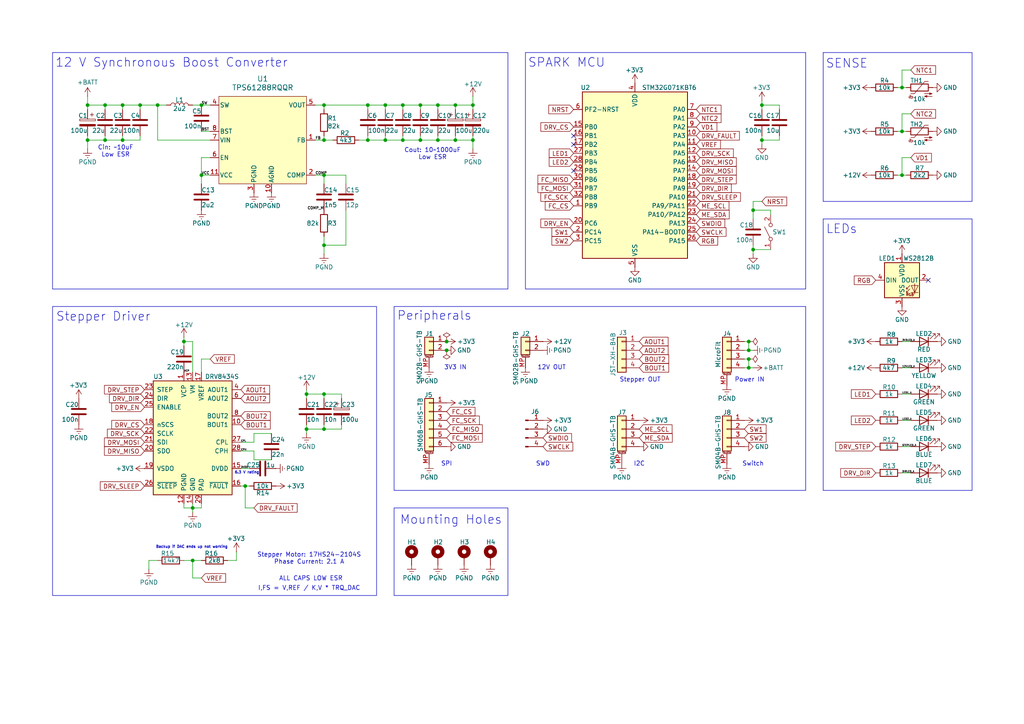
<source format=kicad_sch>
(kicad_sch (version 20250114) (generator "eeschema") (generator_version "9.0")
  (paper "A4")
  (title_block (date "2025-08-12") (company "Athmo"))
  (rectangle (start 238.76 63.5) (end 281.94 142.24))
  (rectangle (start 238.76 15.24) (end 281.94 58.42))
  (rectangle (start 15.24 15.24) (end 147.32 83.82))
  (rectangle (start 114.3 88.9) (end 233.68 142.24))
  (rectangle (start 152.4 15.24) (end 233.68 83.82))
  (rectangle (start 114.3 147.32) (end 147.32 172.72))
  (rectangle (start 15.24 88.9) (end 109.22 172.72))
  (text "Peripherals" (at 125.984 91.694 0) (effects (font (size 2.54 2.54))))
  (text "ALL CAPS LOW ESR" (at 90.17 167.894 0) (effects (font (size 1.27 1.27))))
  (text "Stepper OUT" (at 185.674 110.236 0) (effects (font (size 1.27 1.27))))
  (text "Mounting Holes" (at 130.81 150.876 0) (effects (font (size 2.54 2.54))))
  (text "I,FS = V,REF / K,V * TRQ_DAC" (at 89.662 170.688 0) (effects (font (size 1.27 1.27))))
  (text "3V3 IN" (at 132.08 106.68 0) (effects (font (size 1.27 1.27))))
  (text "Power IN" (at 217.424 110.236 0) (effects (font (size 1.27 1.27))))
  (text "I2C" (at 185.42 134.62 0) (effects (font (size 1.27 1.27))))
  (text "SENSE" (at 245.618 18.542 0) (effects (font (size 2.54 2.54))))
  (text "12V OUT" (at 160.02 106.68 0) (effects (font (size 1.27 1.27))))
  (text "Cin: ~10uF\nLow ESR" (at 33.528 43.942 0) (effects (font (size 1.27 1.27))))
  (text "SPI" (at 129.54 134.62 0) (effects (font (size 1.27 1.27))))
  (text "SWD" (at 157.48 134.62 0) (effects (font (size 1.27 1.27))))
  (text "SPARK MCU" (at 164.338 18.288 0) (effects (font (size 2.54 2.54))))
  (text "Stepper Driver" (at 29.972 91.948 0) (effects (font (size 2.54 2.54))))
  (text "LEDs" (at 244.094 66.548 0) (effects (font (size 2.54 2.54))))
  (text "6.3 V rating" (at 71.628 137.16 0) (effects (font (size 0.762 0.762))))
  (text "Stepper Motor: 17HS24-2104S\nPhase Current: 2.1 A" (at 89.662 162.052 0) (effects (font (size 1.27 1.27))))
  (text "12 V Synchronous Boost Converter" (at 49.784 18.288 0) (effects (font (size 2.54 2.54))))
  (text "Cout: 10~1000uF\nLow ESR" (at 125.476 44.704 0) (effects (font (size 1.27 1.27))))
  (text "Switch" (at 218.44 134.62 0) (effects (font (size 1.27 1.27))))
  (text "Backup if DAC ends up not working" (at 55.626 158.75 0) (effects (font (size 0.762 0.762))))
  (junction (at 88.9 114.3))
  (junction (at 116.84 30.48))
  (junction (at 25.4 30.48))
  (junction (at 93.98 124.46))
  (junction (at 218.44 60.96))
  (junction (at 261.62 50.8))
  (junction (at 129.54 99.06))
  (junction (at 217.17 106.68))
  (junction (at 220.98 40.64))
  (junction (at 129.54 101.6))
  (junction (at 88.9 124.46))
  (junction (at 93.98 30.48))
  (junction (at 93.98 50.8))
  (junction (at 58.42 30.48))
  (junction (at 111.76 30.48))
  (junction (at 30.48 30.48))
  (junction (at 106.68 40.64))
  (junction (at 137.16 40.64))
  (junction (at 40.64 30.48))
  (junction (at 55.88 147.32))
  (junction (at 132.08 30.48))
  (junction (at 218.44 72.39))
  (junction (at 93.98 71.12))
  (junction (at 53.34 99.06))
  (junction (at 30.48 40.64))
  (junction (at 121.92 40.64))
  (junction (at 127 40.64))
  (junction (at 217.17 99.06))
  (junction (at 261.62 25.4))
  (junction (at 261.62 38.1))
  (junction (at 55.88 162.56))
  (junction (at 58.42 50.8))
  (junction (at 217.17 104.14))
  (junction (at 35.56 30.48))
  (junction (at 106.68 30.48))
  (junction (at 121.92 30.48))
  (junction (at 111.76 40.64))
  (junction (at 132.08 40.64))
  (junction (at 45.72 30.48))
  (junction (at 137.16 30.48))
  (junction (at 116.84 40.64))
  (junction (at 93.98 40.64))
  (junction (at 127 30.48))
  (junction (at 71.12 140.97))
  (junction (at 25.4 40.64))
  (junction (at 217.17 101.6))
  (junction (at 220.98 30.48))
  (junction (at 93.98 114.3))
  (junction (at 35.56 40.64))
  (no_connect (at 269.24 81.28))
  (no_connect (at 166.37 41.91))
  (no_connect (at 166.37 49.53))
  (no_connect (at 166.37 39.37))
  (wire (pts (xy 53.34 99.06) (xy 53.34 100.33)))
  (wire (pts (xy 25.4 43.18) (xy 25.4 40.64)))
  (wire (pts (xy 223.52 62.23) (xy 223.52 60.96)))
  (wire (pts (xy 73.66 125.73) (xy 78.74 125.73)))
  (wire (pts (xy 127 40.64) (xy 121.92 40.64)))
  (wire (pts (xy 91.44 50.8) (xy 93.98 50.8)))
  (wire (pts (xy 40.64 30.48) (xy 45.72 30.48)))
  (wire (pts (xy 220.98 30.48) (xy 220.98 31.75)))
  (wire (pts (xy 53.34 146.05) (xy 53.34 147.32)))
  (wire (pts (xy 106.68 39.37) (xy 106.68 40.64)))
  (wire (pts (xy 58.42 146.05) (xy 58.42 147.32)))
  (wire (pts (xy 121.92 40.64) (xy 116.84 40.64)))
  (wire (pts (xy 217.17 101.6) (xy 217.17 99.06)))
  (wire (pts (xy 73.66 128.27) (xy 73.66 125.73)))
  (wire (pts (xy 30.48 40.64) (xy 35.56 40.64)))
  (wire (pts (xy 137.16 39.37) (xy 137.16 40.64)))
  (wire (pts (xy 127 30.48) (xy 121.92 30.48)))
  (wire (pts (xy 40.64 39.37) (xy 40.64 40.64)))
  (wire (pts (xy 132.08 30.48) (xy 137.16 30.48)))
  (wire (pts (xy 99.06 115.57) (xy 99.06 114.3)))
  (wire (pts (xy 121.92 30.48) (xy 116.84 30.48)))
  (wire (pts (xy 45.72 30.48) (xy 48.26 30.48)))
  (wire (pts (xy 127 30.48) (xy 127 31.75)))
  (wire (pts (xy 40.64 30.48) (xy 40.64 31.75)))
  (wire (pts (xy 55.88 30.48) (xy 58.42 30.48)))
  (wire (pts (xy 58.42 50.8) (xy 60.96 50.8)))
  (wire (pts (xy 25.4 30.48) (xy 25.4 27.94)))
  (wire (pts (xy 99.06 124.46) (xy 93.98 124.46)))
  (wire (pts (xy 104.14 40.64) (xy 106.68 40.64)))
  (wire (pts (xy 88.9 125.73) (xy 88.9 124.46)))
  (wire (pts (xy 25.4 39.37) (xy 25.4 40.64)))
  (wire (pts (xy 220.98 40.64) (xy 220.98 41.91)))
  (wire (pts (xy 220.98 39.37) (xy 220.98 40.64)))
  (wire (pts (xy 91.44 40.64) (xy 93.98 40.64)))
  (wire (pts (xy 106.68 30.48) (xy 106.68 31.75)))
  (wire (pts (xy 132.08 39.37) (xy 132.08 40.64)))
  (wire (pts (xy 261.62 38.1) (xy 262.89 38.1)))
  (wire (pts (xy 55.88 162.56) (xy 58.42 162.56)))
  (wire (pts (xy 127 39.37) (xy 127 40.64)))
  (wire (pts (xy 106.68 40.64) (xy 111.76 40.64)))
  (wire (pts (xy 53.34 147.32) (xy 55.88 147.32)))
  (wire (pts (xy 264.16 99.06) (xy 261.62 99.06)))
  (wire (pts (xy 264.16 137.16) (xy 261.62 137.16)))
  (wire (pts (xy 93.98 124.46) (xy 88.9 124.46)))
  (wire (pts (xy 91.44 30.48) (xy 93.98 30.48)))
  (wire (pts (xy 260.35 38.1) (xy 261.62 38.1)))
  (wire (pts (xy 88.9 113.03) (xy 88.9 114.3)))
  (wire (pts (xy 121.92 30.48) (xy 121.92 31.75)))
  (wire (pts (xy 73.66 147.32) (xy 71.12 147.32)))
  (wire (pts (xy 261.62 25.4) (xy 262.89 25.4)))
  (wire (pts (xy 100.33 50.8) (xy 100.33 53.34)))
  (wire (pts (xy 45.72 40.64) (xy 60.96 40.64)))
  (wire (pts (xy 40.64 40.64) (xy 35.56 40.64)))
  (wire (pts (xy 25.4 31.75) (xy 25.4 30.48)))
  (wire (pts (xy 106.68 30.48) (xy 111.76 30.48)))
  (wire (pts (xy 100.33 71.12) (xy 93.98 71.12)))
  (wire (pts (xy 218.44 72.39) (xy 223.52 72.39)))
  (wire (pts (xy 93.98 30.48) (xy 106.68 30.48)))
  (wire (pts (xy 111.76 39.37) (xy 111.76 40.64)))
  (wire (pts (xy 55.88 147.32) (xy 55.88 148.59)))
  (wire (pts (xy 55.88 107.95) (xy 55.88 99.06)))
  (wire (pts (xy 88.9 114.3) (xy 88.9 115.57)))
  (wire (pts (xy 223.52 60.96) (xy 218.44 60.96)))
  (wire (pts (xy 218.44 60.96) (xy 218.44 58.42)))
  (wire (pts (xy 53.34 162.56) (xy 55.88 162.56)))
  (wire (pts (xy 73.66 133.35) (xy 78.74 133.35)))
  (wire (pts (xy 116.84 30.48) (xy 116.84 31.75)))
  (wire (pts (xy 68.58 162.56) (xy 68.58 160.02)))
  (wire (pts (xy 88.9 124.46) (xy 88.9 123.19)))
  (wire (pts (xy 217.17 106.68) (xy 217.17 104.14)))
  (wire (pts (xy 217.17 99.06) (xy 215.9 99.06)))
  (wire (pts (xy 35.56 30.48) (xy 35.56 31.75)))
  (wire (pts (xy 132.08 30.48) (xy 132.08 31.75)))
  (wire (pts (xy 45.72 40.64) (xy 45.72 30.48)))
  (wire (pts (xy 137.16 27.94) (xy 137.16 30.48)))
  (wire (pts (xy 220.98 29.21) (xy 220.98 30.48)))
  (wire (pts (xy 93.98 114.3) (xy 88.9 114.3)))
  (wire (pts (xy 71.12 147.32) (xy 71.12 140.97)))
  (wire (pts (xy 261.62 20.32) (xy 261.62 25.4)))
  (wire (pts (xy 132.08 30.48) (xy 127 30.48)))
  (wire (pts (xy 30.48 39.37) (xy 30.48 40.64)))
  (wire (pts (xy 261.62 45.72) (xy 261.62 50.8)))
  (wire (pts (xy 226.06 39.37) (xy 226.06 40.64)))
  (wire (pts (xy 58.42 53.34) (xy 58.42 50.8)))
  (wire (pts (xy 116.84 30.48) (xy 111.76 30.48)))
  (wire (pts (xy 116.84 39.37) (xy 116.84 40.64)))
  (wire (pts (xy 132.08 40.64) (xy 127 40.64)))
  (wire (pts (xy 260.35 50.8) (xy 261.62 50.8)))
  (wire (pts (xy 93.98 30.48) (xy 93.98 31.75)))
  (wire (pts (xy 93.98 123.19) (xy 93.98 124.46)))
  (wire (pts (xy 137.16 40.64) (xy 132.08 40.64)))
  (wire (pts (xy 43.18 165.1) (xy 43.18 162.56)))
  (wire (pts (xy 100.33 60.96) (xy 100.33 71.12)))
  (wire (pts (xy 137.16 40.64) (xy 137.16 43.18)))
  (wire (pts (xy 226.06 40.64) (xy 220.98 40.64)))
  (wire (pts (xy 93.98 39.37) (xy 93.98 40.64)))
  (wire (pts (xy 43.18 162.56) (xy 45.72 162.56)))
  (wire (pts (xy 55.88 146.05) (xy 55.88 147.32)))
  (wire (pts (xy 93.98 114.3) (xy 93.98 115.57)))
  (wire (pts (xy 93.98 50.8) (xy 100.33 50.8)))
  (wire (pts (xy 218.44 106.68) (xy 217.17 106.68)))
  (wire (pts (xy 96.52 40.64) (xy 93.98 40.64)))
  (wire (pts (xy 99.06 114.3) (xy 93.98 114.3)))
  (wire (pts (xy 35.56 30.48) (xy 40.64 30.48)))
  (wire (pts (xy 226.06 30.48) (xy 220.98 30.48)))
  (wire (pts (xy 55.88 167.64) (xy 55.88 162.56)))
  (wire (pts (xy 218.44 63.5) (xy 218.44 60.96)))
  (wire (pts (xy 264.16 114.3) (xy 261.62 114.3)))
  (wire (pts (xy 30.48 31.75) (xy 30.48 30.48)))
  (wire (pts (xy 58.42 147.32) (xy 55.88 147.32)))
  (wire (pts (xy 58.42 167.64) (xy 55.88 167.64)))
  (wire (pts (xy 93.98 68.58) (xy 93.98 71.12)))
  (wire (pts (xy 72.39 140.97) (xy 71.12 140.97)))
  (wire (pts (xy 215.9 106.68) (xy 217.17 106.68)))
  (wire (pts (xy 71.12 140.97) (xy 69.85 140.97)))
  (wire (pts (xy 73.66 130.81) (xy 69.85 130.81)))
  (wire (pts (xy 260.35 25.4) (xy 261.62 25.4)))
  (wire (pts (xy 264.16 106.68) (xy 261.62 106.68)))
  (wire (pts (xy 60.96 38.1) (xy 58.42 38.1)))
  (wire (pts (xy 111.76 30.48) (xy 111.76 31.75)))
  (wire (pts (xy 73.66 130.81) (xy 73.66 133.35)))
  (wire (pts (xy 25.4 30.48) (xy 30.48 30.48)))
  (wire (pts (xy 93.98 71.12) (xy 93.98 73.66)))
  (wire (pts (xy 25.4 40.64) (xy 30.48 40.64)))
  (wire (pts (xy 69.85 135.89) (xy 72.39 135.89)))
  (wire (pts (xy 218.44 71.12) (xy 218.44 72.39)))
  (wire (pts (xy 264.16 121.92) (xy 261.62 121.92)))
  (wire (pts (xy 264.16 33.02) (xy 261.62 33.02)))
  (wire (pts (xy 215.9 101.6) (xy 217.17 101.6)))
  (wire (pts (xy 66.04 162.56) (xy 68.58 162.56)))
  (wire (pts (xy 53.34 97.79) (xy 53.34 99.06)))
  (wire (pts (xy 30.48 30.48) (xy 35.56 30.48)))
  (wire (pts (xy 99.06 123.19) (xy 99.06 124.46)))
  (wire (pts (xy 137.16 31.75) (xy 137.16 30.48)))
  (wire (pts (xy 60.96 104.14) (xy 58.42 104.14)))
  (wire (pts (xy 261.62 45.72) (xy 264.16 45.72)))
  (wire (pts (xy 226.06 31.75) (xy 226.06 30.48)))
  (wire (pts (xy 73.66 128.27) (xy 69.85 128.27)))
  (wire (pts (xy 218.44 73.66) (xy 218.44 72.39)))
  (wire (pts (xy 58.42 45.72) (xy 58.42 50.8)))
  (wire (pts (xy 264.16 20.32) (xy 261.62 20.32)))
  (wire (pts (xy 264.16 129.54) (xy 261.62 129.54)))
  (wire (pts (xy 261.62 33.02) (xy 261.62 38.1)))
  (wire (pts (xy 116.84 40.64) (xy 111.76 40.64)))
  (wire (pts (xy 121.92 39.37) (xy 121.92 40.64)))
  (wire (pts (xy 93.98 50.8) (xy 93.98 53.34)))
  (wire (pts (xy 60.96 45.72) (xy 58.42 45.72)))
  (wire (pts (xy 217.17 104.14) (xy 215.9 104.14)))
  (wire (pts (xy 218.44 101.6) (xy 217.17 101.6)))
  (wire (pts (xy 218.44 58.42) (xy 220.98 58.42)))
  (wire (pts (xy 58.42 30.48) (xy 60.96 30.48)))
  (wire (pts (xy 261.62 50.8) (xy 262.89 50.8)))
  (wire (pts (xy 55.88 99.06) (xy 53.34 99.06)))
  (wire (pts (xy 58.42 104.14) (xy 58.42 107.95)))
  (wire (pts (xy 35.56 39.37) (xy 35.56 40.64)))
  (label "LED1_A" (at 261.62 114.3 0) (effects (font (size 0.508 0.508))))
  (label "CPL" (at 69.85 128.27 0) (effects (font (size 0.508 0.508))))
  (label "COMP" (at 91.44 50.8 0) (effects (font (size 0.762 0.762))))
  (label "DVDD" (at 69.85 135.89 0) (effects (font (size 0.508 0.508))))
  (label "CPH" (at 69.85 130.81 0) (effects (font (size 0.508 0.508))))
  (label "VCC" (at 58.42 50.8 0) (effects (font (size 0.762 0.762))))
  (label "FB" (at 91.44 40.64 0) (effects (font (size 0.762 0.762))))
  (label "LED2_A" (at 261.62 121.92 0) (effects (font (size 0.508 0.508))))
  (label "12VLED_A" (at 261.62 106.68 0) (effects (font (size 0.508 0.508))))
  (label "STEPLED_A" (at 261.62 129.54 0) (effects (font (size 0.508 0.508))))
  (label "SW" (at 58.42 30.48 0) (effects (font (size 0.762 0.762))))
  (label "DIRLED_A" (at 261.62 137.16 0) (effects (font (size 0.508 0.508))))
  (label "VCP" (at 53.34 107.95 0) (effects (font (size 0.508 0.508))))
  (label "BST" (at 58.42 38.1 0) (effects (font (size 0.762 0.762))))
  (label "COMP_M" (at 93.98 60.96 180) (effects (font (size 0.762 0.762))))
  (label "3V3LED_A" (at 261.62 99.06 0) (effects (font (size 0.508 0.508))))
  (global_label "FC_SCK" (shape input) (at 129.54 121.92 0) (property "Intersheetrefs" "${INTERSHEET_REFS}" (effects (hide yes))))
  (global_label "DRV_SCK" (shape input) (at 41.91 125.73 180) (property "Intersheetrefs" "${INTERSHEET_REFS}" (effects (hide yes))))
  (global_label "DRV_STEP" (shape input) (at 201.93 52.07 0) (property "Intersheetrefs" "${INTERSHEET_REFS}" (effects (hide yes))))
  (global_label "DRV_STEP" (shape input) (at 41.91 113.03 180) (property "Intersheetrefs" "${INTERSHEET_REFS}" (effects (hide yes))))
  (global_label "VD1" (shape input) (at 201.93 36.83 0) (property "Intersheetrefs" "${INTERSHEET_REFS}" (effects (hide yes))))
  (global_label "LED1" (shape input) (at 254 114.3 180) (property "Intersheetrefs" "${INTERSHEET_REFS}" (effects (hide yes))))
  (global_label "DRV_FAULT" (shape input) (at 73.66 147.32 0) (property "Intersheetrefs" "${INTERSHEET_REFS}" (effects (hide yes))))
  (global_label "AOUT2" (shape input) (at 69.85 115.57 0) (property "Intersheetrefs" "${INTERSHEET_REFS}" (effects (hide yes))))
  (global_label "DRV_MOSI" (shape input) (at 201.93 49.53 0) (property "Intersheetrefs" "${INTERSHEET_REFS}" (effects (hide yes))))
  (global_label "ME_SCL" (shape input) (at 185.42 124.46 0) (property "Intersheetrefs" "${INTERSHEET_REFS}" (effects (hide yes))))
  (global_label "DRV_STEP" (shape input) (at 254 129.54 180) (property "Intersheetrefs" "${INTERSHEET_REFS}" (effects (hide yes))))
  (global_label "ME_SDA" (shape input) (at 201.93 62.23 0) (property "Intersheetrefs" "${INTERSHEET_REFS}" (effects (hide yes))))
  (global_label "VREF" (shape input) (at 201.93 41.91 0) (property "Intersheetrefs" "${INTERSHEET_REFS}" (effects (hide yes))))
  (global_label "LED1" (shape input) (at 166.37 44.45 180) (property "Intersheetrefs" "${INTERSHEET_REFS}" (effects (hide yes))))
  (global_label "FC_MISO" (shape input) (at 129.54 124.46 0) (property "Intersheetrefs" "${INTERSHEET_REFS}" (effects (hide yes))))
  (global_label "VD1" (shape input) (at 264.16 45.72 0) (property "Intersheetrefs" "${INTERSHEET_REFS}" (effects (hide yes))))
  (global_label "LED2" (shape input) (at 254 121.92 180) (property "Intersheetrefs" "${INTERSHEET_REFS}" (effects (hide yes))))
  (global_label "DRV_CS" (shape input) (at 41.91 123.19 180) (property "Intersheetrefs" "${INTERSHEET_REFS}" (effects (hide yes))))
  (global_label "SWCLK" (shape input) (at 157.48 129.54 0) (property "Intersheetrefs" "${INTERSHEET_REFS}" (effects (hide yes))))
  (global_label "SW1" (shape input) (at 166.37 67.31 180) (property "Intersheetrefs" "${INTERSHEET_REFS}" (effects (hide yes))))
  (global_label "DRV_DIR" (shape input) (at 41.91 115.57 180) (property "Intersheetrefs" "${INTERSHEET_REFS}" (effects (hide yes))))
  (global_label "SW2" (shape input) (at 166.37 69.85 180) (property "Intersheetrefs" "${INTERSHEET_REFS}" (effects (hide yes))))
  (global_label "DRV_MISO" (shape input) (at 201.93 46.99 0) (property "Intersheetrefs" "${INTERSHEET_REFS}" (effects (hide yes))))
  (global_label "ME_SCL" (shape input) (at 201.93 59.69 0) (property "Intersheetrefs" "${INTERSHEET_REFS}" (effects (hide yes))))
  (global_label "FC_CS" (shape input) (at 166.37 59.69 180) (property "Intersheetrefs" "${INTERSHEET_REFS}" (effects (hide yes))))
  (global_label "SWCLK" (shape input) (at 201.93 67.31 0) (property "Intersheetrefs" "${INTERSHEET_REFS}" (effects (hide yes))))
  (global_label "FC_SCK" (shape input) (at 166.37 57.15 180) (property "Intersheetrefs" "${INTERSHEET_REFS}" (effects (hide yes))))
  (global_label "FC_MOSI" (shape input) (at 166.37 54.61 180) (property "Intersheetrefs" "${INTERSHEET_REFS}" (effects (hide yes))))
  (global_label "NTC1" (shape input) (at 201.93 31.75 0) (property "Intersheetrefs" "${INTERSHEET_REFS}" (effects (hide yes))))
  (global_label "AOUT1" (shape input) (at 69.85 113.03 0) (property "Intersheetrefs" "${INTERSHEET_REFS}" (effects (hide yes))))
  (global_label "ME_SDA" (shape input) (at 185.42 127 0) (property "Intersheetrefs" "${INTERSHEET_REFS}" (effects (hide yes))))
  (global_label "DRV_DIR" (shape input) (at 201.93 54.61 0) (property "Intersheetrefs" "${INTERSHEET_REFS}" (effects (hide yes))))
  (global_label "DRV_DIR" (shape input) (at 254 137.16 180) (property "Intersheetrefs" "${INTERSHEET_REFS}" (effects (hide yes))))
  (global_label "SW1" (shape input) (at 215.9 124.46 0) (property "Intersheetrefs" "${INTERSHEET_REFS}" (effects (hide yes))))
  (global_label "SWDIO" (shape input) (at 157.48 127 0) (property "Intersheetrefs" "${INTERSHEET_REFS}" (effects (hide yes))))
  (global_label "DRV_SLEEP" (shape input) (at 41.91 140.97 180) (property "Intersheetrefs" "${INTERSHEET_REFS}" (effects (hide yes))))
  (global_label "NRST" (shape input) (at 220.98 58.42 0) (property "Intersheetrefs" "${INTERSHEET_REFS}" (effects (hide yes))))
  (global_label "DRV_FAULT" (shape input) (at 201.93 39.37 0) (property "Intersheetrefs" "${INTERSHEET_REFS}" (effects (hide yes))))
  (global_label "BOUT2" (shape input) (at 69.85 120.65 0) (property "Intersheetrefs" "${INTERSHEET_REFS}" (effects (hide yes))))
  (global_label "FC_MOSI" (shape input) (at 129.54 127 0) (property "Intersheetrefs" "${INTERSHEET_REFS}" (effects (hide yes))))
  (global_label "LED2" (shape input) (at 166.37 46.99 180) (property "Intersheetrefs" "${INTERSHEET_REFS}" (effects (hide yes))))
  (global_label "RGB" (shape input) (at 254 81.28 180) (property "Intersheetrefs" "${INTERSHEET_REFS}" (effects (hide yes))))
  (global_label "DRV_EN" (shape input) (at 166.37 64.77 180) (property "Intersheetrefs" "${INTERSHEET_REFS}" (effects (hide yes))))
  (global_label "DRV_MISO" (shape input) (at 41.91 130.81 180) (property "Intersheetrefs" "${INTERSHEET_REFS}" (effects (hide yes))))
  (global_label "NRST" (shape input) (at 166.37 31.75 180) (property "Intersheetrefs" "${INTERSHEET_REFS}" (effects (hide yes))))
  (global_label "NTC2" (shape input) (at 201.93 34.29 0) (property "Intersheetrefs" "${INTERSHEET_REFS}" (effects (hide yes))))
  (global_label "NTC1" (shape input) (at 264.16 20.32 0) (property "Intersheetrefs" "${INTERSHEET_REFS}" (effects (hide yes))))
  (global_label "RGB" (shape input) (at 201.93 69.85 0) (property "Intersheetrefs" "${INTERSHEET_REFS}" (effects (hide yes))))
  (global_label "DRV_CS" (shape input) (at 166.37 36.83 180) (property "Intersheetrefs" "${INTERSHEET_REFS}" (effects (hide yes))))
  (global_label "BOUT1" (shape input) (at 185.42 106.68 0) (property "Intersheetrefs" "${INTERSHEET_REFS}" (effects (hide yes))))
  (global_label "DRV_MOSI" (shape input) (at 41.91 128.27 180) (property "Intersheetrefs" "${INTERSHEET_REFS}" (effects (hide yes))))
  (global_label "SWDIO" (shape input) (at 201.93 64.77 0) (property "Intersheetrefs" "${INTERSHEET_REFS}" (effects (hide yes))))
  (global_label "DRV_EN" (shape input) (at 41.91 118.11 180) (property "Intersheetrefs" "${INTERSHEET_REFS}" (effects (hide yes))))
  (global_label "SW2" (shape input) (at 215.9 127 0) (property "Intersheetrefs" "${INTERSHEET_REFS}" (effects (hide yes))))
  (global_label "BOUT2" (shape input) (at 185.42 104.14 0) (property "Intersheetrefs" "${INTERSHEET_REFS}" (effects (hide yes))))
  (global_label "FC_CS" (shape input) (at 129.54 119.38 0) (property "Intersheetrefs" "${INTERSHEET_REFS}" (effects (hide yes))))
  (global_label "BOUT1" (shape input) (at 69.85 123.19 0) (property "Intersheetrefs" "${INTERSHEET_REFS}" (effects (hide yes))))
  (global_label "FC_MISO" (shape input) (at 166.37 52.07 180) (property "Intersheetrefs" "${INTERSHEET_REFS}" (effects (hide yes))))
  (global_label "DRV_SLEEP" (shape input) (at 201.93 57.15 0) (property "Intersheetrefs" "${INTERSHEET_REFS}" (effects (hide yes))))
  (global_label "NTC2" (shape input) (at 264.16 33.02 0) (property "Intersheetrefs" "${INTERSHEET_REFS}" (effects (hide yes))))
  (global_label "AOUT2" (shape input) (at 185.42 101.6 0) (property "Intersheetrefs" "${INTERSHEET_REFS}" (effects (hide yes))))
  (global_label "VREF" (shape input) (at 58.42 167.64 0) (property "Intersheetrefs" "${INTERSHEET_REFS}" (effects (hide yes))))
  (global_label "AOUT1" (shape input) (at 185.42 99.06 0) (property "Intersheetrefs" "${INTERSHEET_REFS}" (effects (hide yes))))
  (global_label "DRV_SCK" (shape input) (at 201.93 44.45 0) (property "Intersheetrefs" "${INTERSHEET_REFS}" (effects (hide yes))))
  (global_label "VREF" (shape input) (at 60.96 104.14 0) (property "Intersheetrefs" "${INTERSHEET_REFS}" (effects (hide yes))))
  (symbol (lib_id "power:GNDREF") (at 142.24 163.83 0) (unit 1)
    (property "Reference" "#PWR063" (effects (hide yes)))
    (property "Value" "PGND" (at 142.24 167.64 0))
    (property "Description" "Power symbol creates a global label with name \"GNDREF\" , reference supply ground" (effects (hide yes)))
  )
  (symbol (lib_id "power:GNDREF") (at 88.9 125.73 0) (unit 1)
    (property "Reference" "#PWR049" (effects (hide yes)))
    (property "Value" "PGND" (at 88.9 129.54 0))
    (property "Description" "Power symbol creates a global label with name \"GNDREF\" , reference supply ground" (effects (hide yes)))
  )
  (symbol (lib_id "Device:R") (at 49.53 162.56 90) (unit 1)
    (property "Reference" "R15" (at 50.546 160.528 90) (effects (justify left)))
    (property "Value" "14k7" (at 52.07 162.56 90) (effects (justify left)))
    (property "Footprint" "Resistor_SMD:R_0402_1005Metric" (effects (hide yes)))
    (property "Description" "Resistor" (effects (hide yes)))
  )
  (symbol (lib_id "power:GNDREF") (at 124.46 134.62 0) (unit 1)
    (property "Reference" "#PWR054" (effects (hide yes)))
    (property "Value" "PGND" (at 124.46 138.43 0))
    (property "Description" "Power symbol creates a global label with name \"GNDREF\" , reference supply ground" (effects (hide yes)))
  )
  (symbol (lib_id "power:+3V3") (at 184.15 24.13 0) (unit 1)
    (property "Reference" "#PWR01" (effects (hide yes)))
    (property "Value" "+3V3" (at 181.356 20.32 0) (effects (justify left)))
    (property "Description" "Power symbol creates a global label with name \"+3V3\"" (effects (hide yes)))
  )
  (symbol (lib_id "Device:R") (at 93.98 35.56 0) (unit 1)
    (property "Reference" "R1" (at 94.996 34.29 0) (effects (justify left)))
    (property "Value" "82k" (at 94.996 36.576 0) (effects (justify left)))
    (property "Footprint" "Resistor_SMD:R_0402_1005Metric" (effects (hide yes)))
    (property "Description" "Resistor" (effects (hide yes)))
  )
  (symbol (lib_id "power:GND") (at 271.78 106.68 90) (mirror x) (unit 1)
    (property "Reference" "#PWR034" (effects (hide yes)))
    (property "Value" "GND" (at 276.86 106.68 90))
    (property "Description" "Power symbol creates a global label with name \"GND\" , ground" (effects (hide yes)))
  )
  (symbol (lib_id "power:+3V3") (at 254 99.06 90) (mirror x) (unit 1)
    (property "Reference" "#PWR025" (effects (hide yes)))
    (property "Value" "+3V3" (at 250.952 99.06 90) (effects (justify left)))
    (property "Description" "Power symbol creates a global label with name \"+3V3\"" (effects (hide yes)))
  )
  (symbol (lib_id "Device:LED") (at 267.97 106.68 180) (unit 1)
    (property "Reference" "LED3" (at 267.97 104.394 0))
    (property "Value" "YELLOW" (at 267.97 108.966 0))
    (property "Footprint" "LED_SMD:LED_0603_1608Metric" (effects (hide yes)))
    (property "Description" "Light emitting diode" (effects (hide yes)))
    (property "Sim.Pins" "1=K 2=A" (effects (hide yes)))
  )
  (symbol (lib_id "power:+3V3") (at 129.54 99.06 270) (mirror x) (unit 1)
    (property "Reference" "#PWR023" (effects (hide yes)))
    (property "Value" "+3V3" (at 132.588 99.06 90) (effects (justify left)))
    (property "Description" "Power symbol creates a global label with name \"+3V3\"" (effects (hide yes)))
  )
  (symbol (lib_id "power:GND") (at 270.51 25.4 90) (mirror x) (unit 1)
    (property "Reference" "#PWR03" (effects (hide yes)))
    (property "Value" "GND" (at 275.59 25.4 90))
    (property "Description" "Power symbol creates a global label with name \"GND\" , ground" (effects (hide yes)))
  )
  (symbol (lib_id "Connector_Generic_MountingPin:Conn_01x04_MountingPin") (at 210.82 124.46 0) (mirror y) (unit 1)
    (property "Reference" "J8" (at 212.09 119.634 0) (effects (justify left)))
    (property "Value" "SM04B-GHS-TB" (at 208.28 136.144 90) (effects (justify left)))
    (property "Footprint" "Connector_JST:JST_GH_SM04B-GHS-TB_1x04-1MP_P1.25mm_Horizontal" (effects (hide yes)))
    (property "Description" "Generic connectable mounting pin connector, single row, 01x04, script generated (kicad-library-utils/schlib/autogen/connector/)" (effects (hide yes)))
  )
  (symbol (lib_id "Symbols:TPS61288RQQR") (at 76.2 40.64 0) (unit 1)
    (property "Reference" "U1" (at 76.2 22.86 0) (effects (font (size 1.524 1.524))))
    (property "Value" "TPS61288RQQR" (at 76.2 25.4 0) (effects (font (size 1.524 1.524))))
    (property "Footprint" "Package_DFN_QFN:Texas_VQFN-HR-20_3x2.5mm_P0.5mm_RQQ0011A" (effects (hide yes)))
    (property "Datasheet" "https://www.ti.com/lit/ds/symlink/tps61288.pdf" (effects (hide yes)))
  )
  (symbol (lib_id "Mechanical:MountingHole_Pad") (at 127 161.29 0) (unit 1) (in_bom no)
    (property "Reference" "H2" (at 125.73 157.226 0) (effects (justify left)))
    (property "Value" "MountingHole_Pad" (effects (hide yes)))
    (property "Footprint" "MountingHole:MountingHole_2.2mm_M2_Pad_Via" (effects (hide yes)))
    (property "Description" "Mounting Hole with connection" (effects (hide yes)))
  )
  (symbol (lib_id "Device:R") (at 256.54 50.8 270) (unit 1)
    (property "Reference" "R6" (at 256.54 48.768 90))
    (property "Value" "10k" (at 256.54 50.8 90))
    (property "Footprint" "Resistor_SMD:R_0402_1005Metric" (effects (hide yes)))
    (property "Description" "Resistor" (effects (hide yes)))
  )
  (symbol (lib_id "Device:C") (at 218.44 67.31 0) (mirror y) (unit 1)
    (property "Reference" "C18" (at 218.44 65.278 0) (effects (justify left)))
    (property "Value" "100n" (at 218.44 69.596 0) (effects (justify left)))
    (property "Footprint" "Capacitor_SMD:C_0402_1005Metric" (effects (hide yes)))
    (property "Description" "Unpolarized capacitor" (effects (hide yes)))
  )
  (symbol (lib_id "Device:C") (at 127 35.56 0) (unit 1)
    (property "Reference" "C10" (at 127 33.528 0) (effects (justify left)))
    (property "Value" "22u" (at 127 37.846 0) (effects (justify left)))
    (property "Footprint" "Capacitor_SMD:C_1206_3216Metric" (effects (hide yes)))
    (property "Description" "Unpolarized capacitor" (effects (hide yes)))
  )
  (symbol (lib_id "power:GND") (at 261.62 88.9 0) (unit 1)
    (property "Reference" "#PWR021" (effects (hide yes)))
    (property "Value" "GND" (at 261.62 92.71 0))
    (property "Description" "Power symbol creates a global label with name \"GND\" , ground" (effects (hide yes)))
  )
  (symbol (lib_id "Device:R") (at 257.81 114.3 90) (unit 1)
    (property "Reference" "R10" (at 259.842 112.268 90) (effects (justify left)))
    (property "Value" "1k" (at 259.08 114.3 90) (effects (justify left)))
    (property "Footprint" "Resistor_SMD:R_0402_1005Metric" (effects (hide yes)))
    (property "Description" "Resistor" (effects (hide yes)))
  )
  (symbol (lib_id "Device:C_Polarized") (at 25.4 35.56 0) (mirror y) (unit 1)
    (property "Reference" "C1" (at 25.4 33.528 0) (effects (justify left)))
    (property "Value" "100u" (at 25.4 37.846 0) (effects (justify left)))
    (property "Footprint" "Capacitor_THT:CP_Radial_D5.0mm_P2.00mm" (effects (hide yes)))
    (property "Description" "Polarized capacitor" (effects (hide yes)))
  )
  (symbol (lib_id "Device:R") (at 256.54 38.1 270) (unit 1)
    (property "Reference" "R5" (at 256.54 36.068 90))
    (property "Value" "10k" (at 256.54 38.1 90))
    (property "Footprint" "Resistor_SMD:R_0402_1005Metric" (effects (hide yes)))
    (property "Description" "Resistor" (effects (hide yes)))
  )
  (symbol (lib_id "power:+BATT") (at 25.4 27.94 0) (unit 1)
    (property "Reference" "#PWR04" (effects (hide yes)))
    (property "Value" "+BATT" (at 25.4 23.876 0))
    (property "Description" "Power symbol creates a global label with name \"+BATT\"" (effects (hide yes)))
  )
  (symbol (lib_id "power:PWR_FLAG") (at 217.17 99.06 270) (unit 1)
    (property "Reference" "#FLG01" (effects (hide yes)))
    (property "Value" "PWR_FLAG" (effects (hide yes)))
    (property "Description" "Special symbol for telling ERC where power comes from" (effects (hide yes)))
  )
  (symbol (lib_id "Device:Thermistor_NTC") (at 266.7 38.1 90) (unit 1)
    (property "Reference" "TH2" (at 267.716 36.068 90) (effects (justify left)))
    (property "Value" "10k" (at 268.478 41.402 90) (effects (justify left)))
    (property "Footprint" "Resistor_SMD:R_0603_1608Metric" (effects (hide yes)))
    (property "Description" "Temperature dependent resistor, negative temperature coefficient" (effects (hide yes)))
  )
  (symbol (lib_id "power:GND") (at 215.9 129.54 90) (mirror x) (unit 1)
    (property "Reference" "#PWR044" (effects (hide yes)))
    (property "Value" "GND" (at 220.98 129.54 90))
    (property "Description" "Power symbol creates a global label with name \"GND\" , ground" (effects (hide yes)))
  )
  (symbol (lib_id "Connector_Generic_MountingPin:Conn_01x02_MountingPin") (at 152.4 99.06 0) (mirror y) (unit 1)
    (property "Reference" "J2" (at 153.67 96.774 0) (effects (justify left)))
    (property "Value" "SM02B-GHS-TB" (at 149.606 111.76 90) (effects (justify left)))
    (property "Footprint" "Connector_JST:JST_GH_SM02B-GHS-TB_1x02-1MP_P1.25mm_Horizontal" (effects (hide yes)))
    (property "Description" "Generic connectable mounting pin connector, single row, 01x02, script generated (kicad-library-utils/schlib/autogen/connector/)" (effects (hide yes)))
  )
  (symbol (lib_id "Device:C") (at 53.34 104.14 0) (mirror y) (unit 1)
    (property "Reference" "C19" (at 53.34 102.108 0) (effects (justify left)))
    (property "Value" "220n" (at 53.34 106.426 0) (effects (justify left)))
    (property "Footprint" "Capacitor_SMD:C_0402_1005Metric" (effects (hide yes)))
    (property "Description" "Unpolarized capacitor" (effects (hide yes)))
  )
  (symbol (lib_id "power:GNDREF") (at 137.16 43.18 0) (unit 1)
    (property "Reference" "#PWR011" (effects (hide yes)))
    (property "Value" "PGND" (at 137.16 46.99 0))
    (property "Description" "Power symbol creates a global label with name \"GNDREF\" , reference supply ground" (effects (hide yes)))
  )
  (symbol (lib_id "power:+3V3") (at 185.42 121.92 270) (mirror x) (unit 1)
    (property "Reference" "#PWR040" (effects (hide yes)))
    (property "Value" "+3V3" (at 188.468 121.92 90) (effects (justify left)))
    (property "Description" "Power symbol creates a global label with name \"+3V3\"" (effects (hide yes)))
  )
  (symbol (lib_id "power:GNDREF") (at 43.18 165.1 0) (unit 1)
    (property "Reference" "#PWR067" (effects (hide yes)))
    (property "Value" "PGND" (at 43.18 168.91 0))
    (property "Description" "Power symbol creates a global label with name \"GNDREF\" , reference supply ground" (effects (hide yes)))
  )
  (symbol (lib_id "Device:C") (at 30.48 35.56 0) (mirror y) (unit 1)
    (property "Reference" "C2" (at 30.48 33.528 0) (effects (justify left)))
    (property "Value" "22u" (at 30.48 37.846 0) (effects (justify left)))
    (property "Footprint" "Capacitor_SMD:C_1206_3216Metric" (effects (hide yes)))
    (property "Description" "Unpolarized capacitor" (effects (hide yes)))
  )
  (symbol (lib_id "Connector_Generic_MountingPin:Conn_01x06_MountingPin") (at 124.46 121.92 0) (mirror y) (unit 1)
    (property "Reference" "J5" (at 125.476 114.554 0) (effects (justify left)))
    (property "Value" "SM06B-GHS-TB" (at 121.92 131.064 90) (effects (justify left)))
    (property "Footprint" "Connector_JST:JST_GH_SM06B-GHS-TB_1x06-1MP_P1.25mm_Horizontal" (effects (hide yes)))
    (property "Description" "Generic connectable mounting pin connector, single row, 01x06, script generated (kicad-library-utils/schlib/autogen/connector/)" (effects (hide yes)))
  )
  (symbol (lib_id "power:+3V3") (at 68.58 160.02 0) (unit 1)
    (property "Reference" "#PWR062" (effects (hide yes)))
    (property "Value" "+3V3" (at 65.786 156.21 0) (effects (justify left)))
    (property "Description" "Power symbol creates a global label with name \"+3V3\"" (effects (hide yes)))
  )
  (symbol (lib_id "power:GNDREF") (at 73.66 55.88 0) (unit 1)
    (property "Reference" "#PWR014" (effects (hide yes)))
    (property "Value" "PGND" (at 73.66 59.69 0))
    (property "Description" "Power symbol creates a global label with name \"GNDREF\" , reference supply ground" (effects (hide yes)))
  )
  (symbol (lib_id "Device:C") (at 35.56 35.56 0) (mirror y) (unit 1)
    (property "Reference" "C3" (at 35.56 33.528 0) (effects (justify left)))
    (property "Value" "22u" (at 35.56 37.846 0) (effects (justify left)))
    (property "Footprint" "Capacitor_SMD:C_1206_3216Metric" (effects (hide yes)))
    (property "Description" "Unpolarized capacitor" (effects (hide yes)))
  )
  (symbol (lib_id "power:+12V") (at 53.34 97.79 0) (unit 1)
    (property "Reference" "#PWR022" (effects (hide yes)))
    (property "Value" "+12V" (at 53.34 94.234 0))
    (property "Description" "Power symbol creates a global label with name \"+12V\"" (effects (hide yes)))
  )
  (symbol (lib_id "power:GNDREF") (at 210.82 134.62 0) (unit 1)
    (property "Reference" "#PWR064" (effects (hide yes)))
    (property "Value" "PGND" (at 210.82 138.43 0))
    (property "Description" "Power symbol creates a global label with name \"GNDREF\" , reference supply ground" (effects (hide yes)))
  )
  (symbol (lib_id "Device:R") (at 100.33 40.64 90) (unit 1)
    (property "Reference" "R2" (at 101.346 38.608 90) (effects (justify left)))
    (property "Value" "4k3" (at 102.108 40.64 90) (effects (justify left)))
    (property "Footprint" "Resistor_SMD:R_0402_1005Metric" (effects (hide yes)))
    (property "Description" "Resistor" (effects (hide yes)))
  )
  (symbol (lib_id "power:GNDREF") (at 80.01 135.89 90) (mirror x) (unit 1)
    (property "Reference" "#PWR058" (effects (hide yes)))
    (property "Value" "PGND" (at 85.598 135.89 90))
    (property "Description" "Power symbol creates a global label with name \"GNDREF\" , reference supply ground" (effects (hide yes)))
  )
  (symbol (lib_id "power:+3V3") (at 22.86 115.57 0) (unit 1)
    (property "Reference" "#PWR037" (effects (hide yes)))
    (property "Value" "+3V3" (at 20.066 111.76 0) (effects (justify left)))
    (property "Description" "Power symbol creates a global label with name \"+3V3\"" (effects (hide yes)))
  )
  (symbol (lib_id "power:GNDREF") (at 152.4 106.68 0) (unit 1)
    (property "Reference" "#PWR032" (effects (hide yes)))
    (property "Value" "PGND" (at 153.416 110.49 0))
    (property "Description" "Power symbol creates a global label with name \"GNDREF\" , reference supply ground" (effects (hide yes)))
  )
  (symbol (lib_id "power:+3V3") (at 129.54 116.84 270) (mirror x) (unit 1)
    (property "Reference" "#PWR038" (effects (hide yes)))
    (property "Value" "+3V3" (at 132.588 116.84 90) (effects (justify left)))
    (property "Description" "Power symbol creates a global label with name \"+3V3\"" (effects (hide yes)))
  )
  (symbol (lib_id "Device:R") (at 257.81 121.92 90) (unit 1)
    (property "Reference" "R11" (at 259.842 119.888 90) (effects (justify left)))
    (property "Value" "1k" (at 259.08 121.92 90) (effects (justify left)))
    (property "Footprint" "Resistor_SMD:R_0402_1005Metric" (effects (hide yes)))
    (property "Description" "Resistor" (effects (hide yes)))
  )
  (symbol (lib_id "Device:C") (at 93.98 57.15 0) (unit 1)
    (property "Reference" "C14" (at 93.98 55.118 0) (effects (justify left)))
    (property "Value" "1n5" (at 93.98 59.436 0) (effects (justify left)))
    (property "Footprint" "Capacitor_SMD:C_0402_1005Metric" (effects (hide yes)))
    (property "Description" "Unpolarized capacitor" (effects (hide yes)))
  )
  (symbol (lib_id "Device:Thermistor_NTC") (at 266.7 25.4 90) (unit 1)
    (property "Reference" "TH1" (at 267.716 23.368 90) (effects (justify left)))
    (property "Value" "10k" (at 268.478 28.702 90) (effects (justify left)))
    (property "Footprint" "Resistor_SMD:R_0603_1608Metric" (effects (hide yes)))
    (property "Description" "Temperature dependent resistor, negative temperature coefficient" (effects (hide yes)))
  )
  (symbol (lib_id "Switch:SW_SPST") (at 223.52 67.31 90) (unit 1)
    (property "Reference" "SW1" (at 224.028 67.31 90) (effects (justify right)))
    (property "Value" "SW_SPST" (effects (hide yes)))
    (property "Footprint" "Button_Switch_SMD:Panasonic_EVQPUL_EVQPUC" (effects (hide yes)))
    (property "Description" "Single Pole Single Throw (SPST) switch" (effects (hide yes)))
  )
  (symbol (lib_id "Device:LED") (at 267.97 114.3 180) (unit 1)
    (property "Reference" "LED4" (at 267.97 112.014 0))
    (property "Value" "GREEN" (at 267.97 116.586 0))
    (property "Footprint" "LED_SMD:LED_0603_1608Metric" (effects (hide yes)))
    (property "Description" "Light emitting diode" (effects (hide yes)))
    (property "Sim.Pins" "1=K 2=A" (effects (hide yes)))
  )
  (symbol (lib_id "Device:C_Polarized") (at 99.06 119.38 0) (unit 1)
    (property "Reference" "C23" (at 99.06 117.348 0) (effects (justify left)))
    (property "Value" "100u" (at 99.06 121.666 0) (effects (justify left)))
    (property "Footprint" "Capacitor_THT:CP_Radial_D5.0mm_P2.00mm" (effects (hide yes)))
    (property "Description" "Polarized capacitor" (effects (hide yes)))
  )
  (symbol (lib_id "power:GNDREF") (at 119.38 163.83 0) (unit 1)
    (property "Reference" "#PWR045" (effects (hide yes)))
    (property "Value" "PGND" (at 119.38 167.64 0))
    (property "Description" "Power symbol creates a global label with name \"GNDREF\" , reference supply ground" (effects (hide yes)))
  )
  (symbol (lib_id "LED:WS2812B") (at 261.62 81.28 0) (unit 1)
    (property "Reference" "LED1" (at 257.302 74.93 0))
    (property "Value" "WS2812B" (at 266.446 74.93 0))
    (property "Footprint" "LED_SMD:LED_WS2812B_PLCC4_5.0x5.0mm_P3.2mm" (effects (hide yes)))
    (property "Datasheet" "https://cdn-shop.adafruit.com/datasheets/WS2812B.pdf" (effects (hide yes)))
    (property "Description" "RGB LED with integrated controller" (effects (hide yes)))
  )
  (symbol (lib_id "Device:R") (at 266.7 50.8 270) (unit 1)
    (property "Reference" "R7" (at 266.7 48.768 90))
    (property "Value" "2k2" (at 266.7 50.8 90))
    (property "Footprint" "Resistor_SMD:R_0402_1005Metric" (effects (hide yes)))
    (property "Description" "Resistor" (effects (hide yes)))
  )
  (symbol (lib_id "power:+3V3") (at 41.91 135.89 90) (mirror x) (unit 1)
    (property "Reference" "#PWR057" (effects (hide yes)))
    (property "Value" "+3V3" (at 38.862 135.89 90) (effects (justify left)))
    (property "Description" "Power symbol creates a global label with name \"+3V3\"" (effects (hide yes)))
  )
  (symbol (lib_id "power:GND") (at 270.51 38.1 90) (mirror x) (unit 1)
    (property "Reference" "#PWR08" (effects (hide yes)))
    (property "Value" "GND" (at 275.59 38.1 90))
    (property "Description" "Power symbol creates a global label with name \"GND\" , ground" (effects (hide yes)))
  )
  (symbol (lib_id "power:GNDREF") (at 157.48 101.6 90) (mirror x) (unit 1)
    (property "Reference" "#PWR029" (effects (hide yes)))
    (property "Value" "PGND" (at 163.068 101.6 90))
    (property "Description" "Power symbol creates a global label with name \"GNDREF\" , reference supply ground" (effects (hide yes)))
  )
  (symbol (lib_id "power:+3V3") (at 215.9 121.92 270) (mirror x) (unit 1)
    (property "Reference" "#PWR041" (effects (hide yes)))
    (property "Value" "+3V3" (at 218.948 121.92 90) (effects (justify left)))
    (property "Description" "Power symbol creates a global label with name \"+3V3\"" (effects (hide yes)))
  )
  (symbol (lib_id "Device:LED") (at 267.97 121.92 180) (unit 1)
    (property "Reference" "LED5" (at 267.97 119.634 0))
    (property "Value" "GREEN" (at 267.97 124.206 0))
    (property "Footprint" "LED_SMD:LED_0603_1608Metric" (effects (hide yes)))
    (property "Description" "Light emitting diode" (effects (hide yes)))
    (property "Sim.Pins" "1=K 2=A" (effects (hide yes)))
  )
  (symbol (lib_id "Device:C") (at 22.86 119.38 0) (mirror y) (unit 1)
    (property "Reference" "C20" (at 22.86 117.348 0) (effects (justify left)))
    (property "Value" "100n" (at 22.86 121.666 0) (effects (justify left)))
    (property "Footprint" "Capacitor_SMD:C_0402_1005Metric" (effects (hide yes)))
    (property "Description" "Unpolarized capacitor" (effects (hide yes)))
  )
  (symbol (lib_id "Device:LED") (at 267.97 137.16 180) (unit 1)
    (property "Reference" "LED7" (at 267.97 134.874 0))
    (property "Value" "BLUE" (at 267.97 139.446 0))
    (property "Footprint" "LED_SMD:LED_0603_1608Metric" (effects (hide yes)))
    (property "Description" "Light emitting diode" (effects (hide yes)))
    (property "Sim.Pins" "1=K 2=A" (effects (hide yes)))
  )
  (symbol (lib_id "Device:R") (at 257.81 99.06 90) (unit 1)
    (property "Reference" "R8" (at 259.842 97.028 90) (effects (justify left)))
    (property "Value" "1k" (at 259.08 99.06 90) (effects (justify left)))
    (property "Footprint" "Resistor_SMD:R_0402_1005Metric" (effects (hide yes)))
    (property "Description" "Resistor" (effects (hide yes)))
  )
  (symbol (lib_id "power:GNDREF") (at 218.44 101.6 90) (mirror x) (unit 1)
    (property "Reference" "#PWR027" (effects (hide yes)))
    (property "Value" "PGND" (at 224.028 101.6 90))
    (property "Description" "Power symbol creates a global label with name \"GNDREF\" , reference supply ground" (effects (hide yes)))
  )
  (symbol (lib_id "power:+3V3") (at 157.48 99.06 270) (mirror x) (unit 1)
    (property "Reference" "#PWR024" (effects (hide yes)))
    (property "Value" "+12V" (at 160.528 99.06 90) (effects (justify left)))
    (property "Description" "Power symbol creates a global label with name \"+3V3\"" (effects (hide yes)))
  )
  (symbol (lib_id "Device:C") (at 226.06 35.56 0) (mirror y) (unit 1)
    (property "Reference" "C17" (at 226.06 33.528 0) (effects (justify left)))
    (property "Value" "10u" (at 226.06 37.846 0) (effects (justify left)))
    (property "Footprint" "Capacitor_SMD:C_0805_2012Metric" (effects (hide yes)))
    (property "Description" "Unpolarized capacitor" (effects (hide yes)))
  )
  (symbol (lib_id "Connector_Generic:Conn_01x04") (at 180.34 101.6 0) (mirror y) (unit 1)
    (property "Reference" "J3" (at 181.864 96.52 0) (effects (justify left)))
    (property "Value" "JST-XH-B4B" (at 177.8 109.22 90) (effects (justify left)))
    (property "Footprint" "Connector_JST:JST_XH_B4B-XH-A_1x04_P2.50mm_Vertical" (effects (hide yes)))
    (property "Description" "Generic connector, single row, 01x04, script generated (kicad-library-utils/schlib/autogen/connector/)" (effects (hide yes)))
  )
  (symbol (lib_id "Device:LED") (at 267.97 129.54 180) (unit 1)
    (property "Reference" "LED6" (at 267.97 127.254 0))
    (property "Value" "BLUE" (at 267.97 131.826 0))
    (property "Footprint" "LED_SMD:LED_0603_1608Metric" (effects (hide yes)))
    (property "Description" "Light emitting diode" (effects (hide yes)))
    (property "Sim.Pins" "1=K 2=A" (effects (hide yes)))
  )
  (symbol (lib_id "Device:C") (at 220.98 35.56 0) (mirror y) (unit 1)
    (property "Reference" "C16" (at 220.98 33.528 0) (effects (justify left)))
    (property "Value" "100n" (at 220.98 37.846 0) (effects (justify left)))
    (property "Footprint" "Capacitor_SMD:C_0402_1005Metric" (effects (hide yes)))
    (property "Description" "Unpolarized capacitor" (effects (hide yes)))
  )
  (symbol (lib_id "Device:C") (at 40.64 35.56 0) (mirror y) (unit 1)
    (property "Reference" "C4" (at 40.64 33.528 0) (effects (justify left)))
    (property "Value" "100n" (at 40.64 37.846 0) (effects (justify left)))
    (property "Footprint" "Capacitor_SMD:C_0402_1005Metric" (effects (hide yes)))
    (property "Description" "Unpolarized capacitor" (effects (hide yes)))
  )
  (symbol (lib_id "power:GNDREF") (at 134.62 163.83 0) (unit 1)
    (property "Reference" "#PWR053" (effects (hide yes)))
    (property "Value" "PGND" (at 134.62 167.64 0))
    (property "Description" "Power symbol creates a global label with name \"GNDREF\" , reference supply ground" (effects (hide yes)))
  )
  (symbol (lib_id "Device:C") (at 116.84 35.56 0) (unit 1)
    (property "Reference" "C8" (at 116.84 33.528 0) (effects (justify left)))
    (property "Value" "22u" (at 116.84 37.846 0) (effects (justify left)))
    (property "Footprint" "Capacitor_SMD:C_1206_3216Metric" (effects (hide yes)))
    (property "Description" "Unpolarized capacitor" (effects (hide yes)))
  )
  (symbol (lib_id "Connector:Conn_01x04_Pin") (at 152.4 124.46 0) (unit 1)
    (property "Reference" "J6" (at 155.194 119.38 0))
    (property "Value" "Conn_01x04_Pin" (effects (hide yes)))
    (property "Footprint" "Connector_PinHeader_2.54mm:PinHeader_1x04_P2.54mm_Vertical" (effects (hide yes)))
    (property "Description" "Generic connector, single row, 01x04, script generated" (effects (hide yes)))
  )
  (symbol (lib_id "Device:L") (at 52.07 30.48 90) (unit 1)
    (property "Reference" "L1" (at 52.07 28.956 90))
    (property "Value" "2u2" (at 52.07 31.496 90))
    (property "Footprint" "Library:L_13.5x12.8" (effects (hide yes)))
    (property "Description" "Inductor" (effects (hide yes)))
  )
  (symbol (lib_id "power:+3V3") (at 261.62 73.66 0) (unit 1)
    (property "Reference" "#PWR019" (effects (hide yes)))
    (property "Value" "+3V3" (at 258.826 69.85 0) (effects (justify left)))
    (property "Description" "Power symbol creates a global label with name \"+3V3\"" (effects (hide yes)))
  )
  (symbol (lib_id "Device:R") (at 257.81 106.68 90) (unit 1)
    (property "Reference" "R9" (at 259.842 104.648 90) (effects (justify left)))
    (property "Value" "4k7" (at 259.588 106.68 90) (effects (justify left)))
    (property "Footprint" "Resistor_SMD:R_0402_1005Metric" (effects (hide yes)))
    (property "Description" "Resistor" (effects (hide yes)))
  )
  (symbol (lib_id "power:GND") (at 271.78 129.54 90) (mirror x) (unit 1)
    (property "Reference" "#PWR055" (effects (hide yes)))
    (property "Value" "GND" (at 276.86 129.54 90))
    (property "Description" "Power symbol creates a global label with name \"GND\" , ground" (effects (hide yes)))
  )
  (symbol (lib_id "power:GNDREF") (at 93.98 73.66 0) (unit 1)
    (property "Reference" "#PWR017" (effects (hide yes)))
    (property "Value" "PGND" (at 93.98 77.47 0))
    (property "Description" "Power symbol creates a global label with name \"GNDREF\" , reference supply ground" (effects (hide yes)))
  )
  (symbol (lib_id "power:GND") (at 129.54 101.6 90) (mirror x) (unit 1)
    (property "Reference" "#PWR028" (effects (hide yes)))
    (property "Value" "GND" (at 134.62 101.6 90))
    (property "Description" "Power symbol creates a global label with name \"GND\" , ground" (effects (hide yes)))
  )
  (symbol (lib_id "Connector_Generic_MountingPin:Conn_01x02_MountingPin") (at 124.46 99.06 0) (mirror y) (unit 1)
    (property "Reference" "J1" (at 125.73 96.774 0) (effects (justify left)))
    (property "Value" "SM02B-GHS-TB" (at 121.666 111.506 90) (effects (justify left)))
    (property "Footprint" "Connector_JST:JST_GH_SM02B-GHS-TB_1x02-1MP_P1.25mm_Horizontal" (effects (hide yes)))
    (property "Description" "Generic connectable mounting pin connector, single row, 01x02, script generated (kicad-library-utils/schlib/autogen/connector/)" (effects (hide yes)))
  )
  (symbol (lib_id "Device:C") (at 88.9 119.38 0) (unit 1)
    (property "Reference" "C21" (at 88.9 117.348 0) (effects (justify left)))
    (property "Value" "10n" (at 88.9 121.666 0) (effects (justify left)))
    (property "Footprint" "Capacitor_SMD:C_0402_1005Metric" (effects (hide yes)))
    (property "Description" "Unpolarized capacitor" (effects (hide yes)))
  )
  (symbol (lib_id "power:GNDREF") (at 78.74 55.88 0) (unit 1)
    (property "Reference" "#PWR015" (effects (hide yes)))
    (property "Value" "PGND" (at 78.74 59.69 0))
    (property "Description" "Power symbol creates a global label with name \"GNDREF\" , reference supply ground" (effects (hide yes)))
  )
  (symbol (lib_id "Device:R") (at 257.81 129.54 90) (unit 1)
    (property "Reference" "R12" (at 259.842 127.508 90) (effects (justify left)))
    (property "Value" "1k" (at 259.08 129.54 90) (effects (justify left)))
    (property "Footprint" "Resistor_SMD:R_0402_1005Metric" (effects (hide yes)))
    (property "Description" "Resistor" (effects (hide yes)))
  )
  (symbol (lib_id "power:+3V3") (at 254 106.68 90) (mirror x) (unit 1)
    (property "Reference" "#PWR033" (effects (hide yes)))
    (property "Value" "+12V" (at 250.952 106.68 90) (effects (justify left)))
    (property "Description" "Power symbol creates a global label with name \"+3V3\"" (effects (hide yes)))
  )
  (symbol (lib_id "Device:C_Polarized") (at 132.08 35.56 0) (unit 1)
    (property "Reference" "C11" (at 132.08 33.528 0) (effects (justify left)))
    (property "Value" "100u" (at 132.08 37.846 0) (effects (justify left)))
    (property "Footprint" "Capacitor_THT:CP_Radial_D5.0mm_P2.00mm" (effects (hide yes)))
    (property "Description" "Polarized capacitor" (effects (hide yes)))
  )
  (symbol (lib_id "Mechanical:MountingHole_Pad") (at 119.38 161.29 0) (unit 1) (in_bom no)
    (property "Reference" "H1" (at 118.11 157.226 0) (effects (justify left)))
    (property "Value" "MountingHole_Pad" (effects (hide yes)))
    (property "Footprint" "MountingHole:MountingHole_2.2mm_M2_Pad_Via" (effects (hide yes)))
    (property "Description" "Mounting Hole with connection" (effects (hide yes)))
  )
  (symbol (lib_id "power:+3V3") (at 252.73 38.1 90) (unit 1)
    (property "Reference" "#PWR07" (effects (hide yes)))
    (property "Value" "+3V3" (at 249.682 38.1 90) (effects (justify left)))
    (property "Description" "Power symbol creates a global label with name \"+3V3\"" (effects (hide yes)))
  )
  (symbol (lib_id "power:GND") (at 184.15 77.47 0) (unit 1)
    (property "Reference" "#PWR020" (effects (hide yes)))
    (property "Value" "GND" (at 184.15 81.28 0))
    (property "Description" "Power symbol creates a global label with name \"GND\" , ground" (effects (hide yes)))
  )
  (symbol (lib_id "power:GND") (at 129.54 129.54 90) (unit 1)
    (property "Reference" "#PWR052" (effects (hide yes)))
    (property "Value" "GND" (at 134.62 129.54 90))
    (property "Description" "Power symbol creates a global label with name \"GND\" , ground" (effects (hide yes)))
  )
  (symbol (lib_id "power:+BATT") (at 218.44 106.68 270) (mirror x) (unit 1)
    (property "Reference" "#PWR030" (effects (hide yes)))
    (property "Value" "+BATT" (at 224.282 106.68 90))
    (property "Description" "Power symbol creates a global label with name \"+BATT\"" (effects (hide yes)))
  )
  (symbol (lib_id "power:GNDREF") (at 25.4 43.18 0) (unit 1)
    (property "Reference" "#PWR010" (effects (hide yes)))
    (property "Value" "PGND" (at 25.4 46.99 0))
    (property "Description" "Power symbol creates a global label with name \"GNDREF\" , reference supply ground" (effects (hide yes)))
  )
  (symbol (lib_id "Device:C") (at 106.68 35.56 0) (unit 1)
    (property "Reference" "C6" (at 106.68 33.528 0) (effects (justify left)))
    (property "Value" "100n" (at 106.68 37.846 0) (effects (justify left)))
    (property "Footprint" "Capacitor_SMD:C_0402_1005Metric" (effects (hide yes)))
    (property "Description" "Unpolarized capacitor" (effects (hide yes)))
  )
  (symbol (lib_id "power:+3V3") (at 80.01 140.97 270) (mirror x) (unit 1)
    (property "Reference" "#PWR060" (effects (hide yes)))
    (property "Value" "+3V3" (at 83.058 140.97 90) (effects (justify left)))
    (property "Description" "Power symbol creates a global label with name \"+3V3\"" (effects (hide yes)))
  )
  (symbol (lib_id "Device:C") (at 76.2 135.89 90) (unit 1)
    (property "Reference" "C25" (at 75.438 134.874 90) (effects (justify left)))
    (property "Value" "1u" (at 79.756 134.874 90) (effects (justify left)))
    (property "Footprint" "Capacitor_SMD:C_0603_1608Metric" (effects (hide yes)))
    (property "Description" "Unpolarized capacitor" (effects (hide yes)))
  )
  (symbol (lib_id "Mechanical:MountingHole_Pad") (at 134.62 161.29 0) (unit 1) (in_bom no)
    (property "Reference" "H3" (at 133.35 157.226 0) (effects (justify left)))
    (property "Value" "MountingHole_Pad" (effects (hide yes)))
    (property "Footprint" "MountingHole:MountingHole_2.2mm_M2_Pad_Via" (effects (hide yes)))
    (property "Description" "Mounting Hole with connection" (effects (hide yes)))
  )
  (symbol (lib_id "Connector_Generic_MountingPin:Conn_01x04_MountingPin") (at 210.82 101.6 0) (mirror y) (unit 1)
    (property "Reference" "J4" (at 212.09 96.774 0) (effects (justify left)))
    (property "Value" "MicroFit" (at 208.28 106.68 90) (effects (justify left)))
    (property "Footprint" "Connector_Molex:Molex_Micro-Fit_3.0_43045-0410_2x02-1MP_P3.00mm_Horizontal" (effects (hide yes)))
    (property "Description" "Generic connectable mounting pin connector, single row, 01x04, script generated (kicad-library-utils/schlib/autogen/connector/)" (effects (hide yes)))
  )
  (symbol (lib_id "power:GND") (at 157.48 124.46 90) (mirror x) (unit 1)
    (property "Reference" "#PWR043" (effects (hide yes)))
    (property "Value" "GND" (at 162.56 124.46 90))
    (property "Description" "Power symbol creates a global label with name \"GND\" , ground" (effects (hide yes)))
  )
  (symbol (lib_id "Symbols:STM32G071KBT6") (at 184.15 50.8 0) (unit 1)
    (property "Reference" "U2" (at 168.402 25.4 0) (effects (justify left)))
    (property "Value" "STM32G071KBT6" (at 186.182 25.4 0) (effects (justify left)))
    (property "Footprint" "Package_QFP:LQFP-32_7x7mm_P0.8mm" (effects (hide yes)))
    (property "Datasheet" "https://www.st.com/resource/en/datasheet/stm32g071kb.pdf" (effects (hide yes)))
    (property "Description" "STMicroelectronics Arm Cortex-M0+ MCU, 128KB flash, 36KB RAM, 64 MHz, 1.7-3.6V, 30 GPIO, LQFP32" (effects (hide yes)))
  )
  (symbol (lib_id "power:GND") (at 220.98 41.91 0) (unit 1)
    (property "Reference" "#PWR09" (effects (hide yes)))
    (property "Value" "GND" (at 220.98 45.72 0))
    (property "Description" "Power symbol creates a global label with name \"GND\" , ground" (effects (hide yes)))
  )
  (symbol (lib_id "power:+3V3") (at 252.73 25.4 90) (unit 1)
    (property "Reference" "#PWR02" (effects (hide yes)))
    (property "Value" "+3V3" (at 249.682 25.4 90) (effects (justify left)))
    (property "Description" "Power symbol creates a global label with name \"+3V3\"" (effects (hide yes)))
  )
  (symbol (lib_id "power:GNDREF") (at 22.86 123.19 0) (unit 1)
    (property "Reference" "#PWR047" (effects (hide yes)))
    (property "Value" "PGND" (at 22.86 127 0))
    (property "Description" "Power symbol creates a global label with name \"GNDREF\" , reference supply ground" (effects (hide yes)))
  )
  (symbol (lib_id "Device:R") (at 93.98 64.77 0) (unit 1)
    (property "Reference" "R3" (at 94.996 64.77 0) (effects (justify left)))
    (property "Value" "82k" (at 88.9 64.77 0) (effects (justify left)))
    (property "Footprint" "Resistor_SMD:R_0402_1005Metric" (effects (hide yes)))
    (property "Description" "Resistor" (effects (hide yes)))
  )
  (symbol (lib_id "Device:C") (at 93.98 119.38 0) (unit 1)
    (property "Reference" "C22" (at 93.98 117.348 0) (effects (justify left)))
    (property "Value" "10n" (at 93.98 121.666 0) (effects (justify left)))
    (property "Footprint" "Capacitor_SMD:C_0402_1005Metric" (effects (hide yes)))
    (property "Description" "Unpolarized capacitor" (effects (hide yes)))
  )
  (symbol (lib_id "power:GNDREF") (at 210.82 111.76 0) (unit 1)
    (property "Reference" "#PWR042" (effects (hide yes)))
    (property "Value" "PGND" (at 210.82 115.57 0))
    (property "Description" "Power symbol creates a global label with name \"GNDREF\" , reference supply ground" (effects (hide yes)))
  )
  (symbol (lib_id "Device:R") (at 256.54 25.4 270) (unit 1)
    (property "Reference" "R4" (at 256.54 23.368 90))
    (property "Value" "10k" (at 256.54 25.4 90))
    (property "Footprint" "Resistor_SMD:R_0402_1005Metric" (effects (hide yes)))
    (property "Description" "Resistor" (effects (hide yes)))
  )
  (symbol (lib_id "power:GND") (at 270.51 50.8 90) (mirror x) (unit 1)
    (property "Reference" "#PWR013" (effects (hide yes)))
    (property "Value" "GND" (at 275.59 50.8 90))
    (property "Description" "Power symbol creates a global label with name \"GND\" , ground" (effects (hide yes)))
  )
  (symbol (lib_id "power:GND") (at 271.78 137.16 90) (mirror x) (unit 1)
    (property "Reference" "#PWR059" (effects (hide yes)))
    (property "Value" "GND" (at 276.86 137.16 90))
    (property "Description" "Power symbol creates a global label with name \"GND\" , ground" (effects (hide yes)))
  )
  (symbol (lib_id "Device:C") (at 111.76 35.56 0) (unit 1)
    (property "Reference" "C7" (at 111.76 33.528 0) (effects (justify left)))
    (property "Value" "22u" (at 111.76 37.846 0) (effects (justify left)))
    (property "Footprint" "Capacitor_SMD:C_1206_3216Metric" (effects (hide yes)))
    (property "Description" "Unpolarized capacitor" (effects (hide yes)))
  )
  (symbol (lib_id "Device:C") (at 58.42 34.29 0) (mirror y) (unit 1)
    (property "Reference" "C5" (at 58.42 32.258 0) (effects (justify left)))
    (property "Value" "100n" (at 58.42 36.576 0) (effects (justify left)))
    (property "Footprint" "Capacitor_SMD:C_0402_1005Metric" (effects (hide yes)))
    (property "Description" "Unpolarized capacitor" (effects (hide yes)))
  )
  (symbol (lib_id "Device:LED") (at 267.97 99.06 180) (unit 1)
    (property "Reference" "LED2" (at 267.97 96.774 0))
    (property "Value" "RED" (at 267.97 101.346 0))
    (property "Footprint" "LED_SMD:LED_0603_1608Metric" (effects (hide yes)))
    (property "Description" "Light emitting diode" (effects (hide yes)))
    (property "Sim.Pins" "1=K 2=A" (effects (hide yes)))
  )
  (symbol (lib_id "Device:C_Polarized") (at 137.16 35.56 0) (unit 1)
    (property "Reference" "C12" (at 137.16 33.528 0) (effects (justify left)))
    (property "Value" "220u" (at 137.16 37.846 0) (effects (justify left)))
    (property "Footprint" "Capacitor_THT:CP_Radial_D6.3mm_P2.50mm" (effects (hide yes)))
    (property "Description" "Polarized capacitor" (effects (hide yes)))
  )
  (symbol (lib_id "power:+12V") (at 137.16 27.94 0) (unit 1)
    (property "Reference" "#PWR05" (effects (hide yes)))
    (property "Value" "+12V" (at 137.16 24.384 0))
    (property "Description" "Power symbol creates a global label with name \"+12V\"" (effects (hide yes)))
  )
  (symbol (lib_id "power:GNDREF") (at 127 163.83 0) (unit 1)
    (property "Reference" "#PWR051" (effects (hide yes)))
    (property "Value" "PGND" (at 127 167.64 0))
    (property "Description" "Power symbol creates a global label with name \"GNDREF\" , reference supply ground" (effects (hide yes)))
  )
  (symbol (lib_id "power:PWR_FLAG") (at 129.54 99.06 0) (unit 1)
    (property "Reference" "#FLG02" (effects (hide yes)))
    (property "Value" "PWR_FLAG" (effects (hide yes)))
    (property "Description" "Special symbol for telling ERC where power comes from" (effects (hide yes)))
  )
  (symbol (lib_id "power:GNDREF") (at 58.42 60.96 0) (unit 1)
    (property "Reference" "#PWR016" (effects (hide yes)))
    (property "Value" "PGND" (at 58.42 64.77 0))
    (property "Description" "Power symbol creates a global label with name \"GNDREF\" , reference supply ground" (effects (hide yes)))
  )
  (symbol (lib_id "Mechanical:MountingHole_Pad") (at 142.24 161.29 0) (unit 1) (in_bom no)
    (property "Reference" "H4" (at 140.97 157.226 0) (effects (justify left)))
    (property "Value" "MountingHole_Pad" (effects (hide yes)))
    (property "Footprint" "MountingHole:MountingHole_2.2mm_M2_Pad_Via" (effects (hide yes)))
    (property "Description" "Mounting Hole with connection" (effects (hide yes)))
  )
  (symbol (lib_id "Device:C") (at 100.33 57.15 0) (unit 1)
    (property "Reference" "C15" (at 100.33 55.118 0) (effects (justify left)))
    (property "Value" "12p" (at 100.33 59.436 0) (effects (justify left)))
    (property "Footprint" "Capacitor_SMD:C_0402_1005Metric" (effects (hide yes)))
    (property "Description" "Unpolarized capacitor" (effects (hide yes)))
  )
  (symbol (lib_id "Device:C") (at 121.92 35.56 0) (unit 1)
    (property "Reference" "C9" (at 121.92 33.528 0) (effects (justify left)))
    (property "Value" "22u" (at 121.92 37.846 0) (effects (justify left)))
    (property "Footprint" "Capacitor_SMD:C_1206_3216Metric" (effects (hide yes)))
    (property "Description" "Unpolarized capacitor" (effects (hide yes)))
  )
  (symbol (lib_id "power:GND") (at 271.78 99.06 90) (mirror x) (unit 1)
    (property "Reference" "#PWR026" (effects (hide yes)))
    (property "Value" "GND" (at 276.86 99.06 90))
    (property "Description" "Power symbol creates a global label with name \"GND\" , ground" (effects (hide yes)))
  )
  (symbol (lib_id "Device:R") (at 257.81 137.16 90) (unit 1)
    (property "Reference" "R13" (at 259.842 135.128 90) (effects (justify left)))
    (property "Value" "1k" (at 259.08 137.16 90) (effects (justify left)))
    (property "Footprint" "Resistor_SMD:R_0402_1005Metric" (effects (hide yes)))
    (property "Description" "Resistor" (effects (hide yes)))
  )
  (symbol (lib_id "Device:R") (at 76.2 140.97 90) (unit 1)
    (property "Reference" "R14" (at 76.2 143.002 90))
    (property "Value" "10k" (at 76.2 140.97 90))
    (property "Footprint" "Resistor_SMD:R_0402_1005Metric" (effects (hide yes)))
    (property "Description" "Resistor" (effects (hide yes)))
  )
  (symbol (lib_id "power:PWR_FLAG") (at 129.54 101.6 180) (unit 1)
    (property "Reference" "#FLG03" (effects (hide yes)))
    (property "Value" "PWR_FLAG" (effects (hide yes)))
    (property "Description" "Special symbol for telling ERC where power comes from" (effects (hide yes)))
  )
  (symbol (lib_id "power:+3V3") (at 252.73 50.8 90) (unit 1)
    (property "Reference" "#PWR012" (effects (hide yes)))
    (property "Value" "+12V" (at 249.682 50.8 90) (effects (justify left)))
    (property "Description" "Power symbol creates a global label with name \"+3V3\"" (effects (hide yes)))
  )
  (symbol (lib_id "power:GND") (at 185.42 129.54 90) (mirror x) (unit 1)
    (property "Reference" "#PWR048" (effects (hide yes)))
    (property "Value" "GND" (at 190.5 129.54 90))
    (property "Description" "Power symbol creates a global label with name \"GND\" , ground" (effects (hide yes)))
  )
  (symbol (lib_id "Symbols:DRV8434S") (at 55.88 127 0) (unit 1)
    (property "Reference" "U3" (at 44.45 109.22 0) (effects (justify left)))
    (property "Value" "DRV8434S" (at 59.436 109.22 0) (effects (justify left)))
    (property "Footprint" "Library:HTSSOP-28-1EP_4.4x9.7mm_P0.65mm_EP3.1x4.05mm_ThermalVias" (effects (hide yes)))
    (property "Datasheet" "http://www.ti.com/lit/ds/symlink/drv8434s.pdf" (effects (hide yes)))
    (property "Description" "H-Bridge Motor Driver, TSSOP-16" (effects (hide yes)))
  )
  (symbol (lib_id "power:PWR_FLAG") (at 217.17 104.14 270) (unit 1)
    (property "Reference" "#FLG04" (effects (hide yes)))
    (property "Value" "PWR_FLAG" (effects (hide yes)))
    (property "Description" "Special symbol for telling ERC where power comes from" (effects (hide yes)))
  )
  (symbol (lib_id "power:+12V") (at 88.9 113.03 0) (unit 1)
    (property "Reference" "#PWR035" (effects (hide yes)))
    (property "Value" "+12V" (at 88.9 109.474 0))
    (property "Description" "Power symbol creates a global label with name \"+12V\"" (effects (hide yes)))
  )
  (symbol (lib_id "power:GNDREF") (at 180.34 134.62 0) (unit 1)
    (property "Reference" "#PWR056" (effects (hide yes)))
    (property "Value" "PGND" (at 180.34 138.43 0))
    (property "Description" "Power symbol creates a global label with name \"GNDREF\" , reference supply ground" (effects (hide yes)))
  )
  (symbol (lib_id "power:GNDREF") (at 124.46 106.68 0) (unit 1)
    (property "Reference" "#PWR050" (effects (hide yes)))
    (property "Value" "PGND" (at 124.46 110.49 0))
    (property "Description" "Power symbol creates a global label with name \"GNDREF\" , reference supply ground" (effects (hide yes)))
  )
  (symbol (lib_id "power:GND") (at 271.78 114.3 90) (mirror x) (unit 1)
    (property "Reference" "#PWR036" (effects (hide yes)))
    (property "Value" "GND" (at 276.86 114.3 90))
    (property "Description" "Power symbol creates a global label with name \"GND\" , ground" (effects (hide yes)))
  )
  (symbol (lib_id "Device:R") (at 62.23 162.56 90) (unit 1)
    (property "Reference" "R16" (at 63.246 160.528 90) (effects (justify left)))
    (property "Value" "2k8" (at 64.008 162.56 90) (effects (justify left)))
    (property "Footprint" "Resistor_SMD:R_0402_1005Metric" (effects (hide yes)))
    (property "Description" "Resistor" (effects (hide yes)))
  )
  (symbol (lib_id "power:GND") (at 271.78 121.92 90) (mirror x) (unit 1)
    (property "Reference" "#PWR046" (effects (hide yes)))
    (property "Value" "GND" (at 276.86 121.92 90))
    (property "Description" "Power symbol creates a global label with name \"GND\" , ground" (effects (hide yes)))
  )
  (symbol (lib_id "Connector_Generic_MountingPin:Conn_01x04_MountingPin") (at 180.34 124.46 0) (mirror y) (unit 1)
    (property "Reference" "J7" (at 181.61 119.634 0) (effects (justify left)))
    (property "Value" "SM04B-GHS-TB" (at 177.8 136.144 90) (effects (justify left)))
    (property "Footprint" "Connector_JST:JST_GH_SM04B-GHS-TB_1x04-1MP_P1.25mm_Horizontal" (effects (hide yes)))
    (property "Description" "Generic connectable mounting pin connector, single row, 01x04, script generated (kicad-library-utils/schlib/autogen/connector/)" (effects (hide yes)))
  )
  (symbol (lib_id "power:GND") (at 218.44 73.66 0) (unit 1)
    (property "Reference" "#PWR018" (effects (hide yes)))
    (property "Value" "GND" (at 218.44 77.47 0))
    (property "Description" "Power symbol creates a global label with name \"GND\" , ground" (effects (hide yes)))
  )
  (symbol (lib_id "Device:C") (at 58.42 57.15 0) (unit 1)
    (property "Reference" "C13" (at 58.42 55.118 0) (effects (justify left)))
    (property "Value" "2u2" (at 58.42 59.436 0) (effects (justify left)))
    (property "Footprint" "Capacitor_SMD:C_0402_1005Metric" (effects (hide yes)))
    (property "Description" "Unpolarized capacitor" (effects (hide yes)))
  )
  (symbol (lib_id "power:+3V3") (at 220.98 29.21 0) (unit 1)
    (property "Reference" "#PWR06" (effects (hide yes)))
    (property "Value" "+3V3" (at 218.186 25.4 0) (effects (justify left)))
    (property "Description" "Power symbol creates a global label with name \"+3V3\"" (effects (hide yes)))
  )
  (symbol (lib_id "power:+3V3") (at 157.48 121.92 270) (mirror x) (unit 1)
    (property "Reference" "#PWR039" (effects (hide yes)))
    (property "Value" "+3V3" (at 160.528 121.92 90) (effects (justify left)))
    (property "Description" "Power symbol creates a global label with name \"+3V3\"" (effects (hide yes)))
  )
  (symbol (lib_id "power:GNDREF") (at 55.88 148.59 0) (unit 1)
    (property "Reference" "#PWR061" (effects (hide yes)))
    (property "Value" "PGND" (at 55.88 152.4 0))
    (property "Description" "Power symbol creates a global label with name \"GNDREF\" , reference supply ground" (effects (hide yes)))
  )
  (symbol (lib_id "Device:C") (at 78.74 129.54 0) (unit 1)
    (property "Reference" "C24" (at 78.74 127.508 0) (effects (justify left)))
    (property "Value" "22n" (at 78.74 131.826 0) (effects (justify left)))
    (property "Footprint" "Capacitor_SMD:C_0402_1005Metric" (effects (hide yes)))
    (property "Description" "Unpolarized capacitor" (effects (hide yes)))
  )
)
</source>
